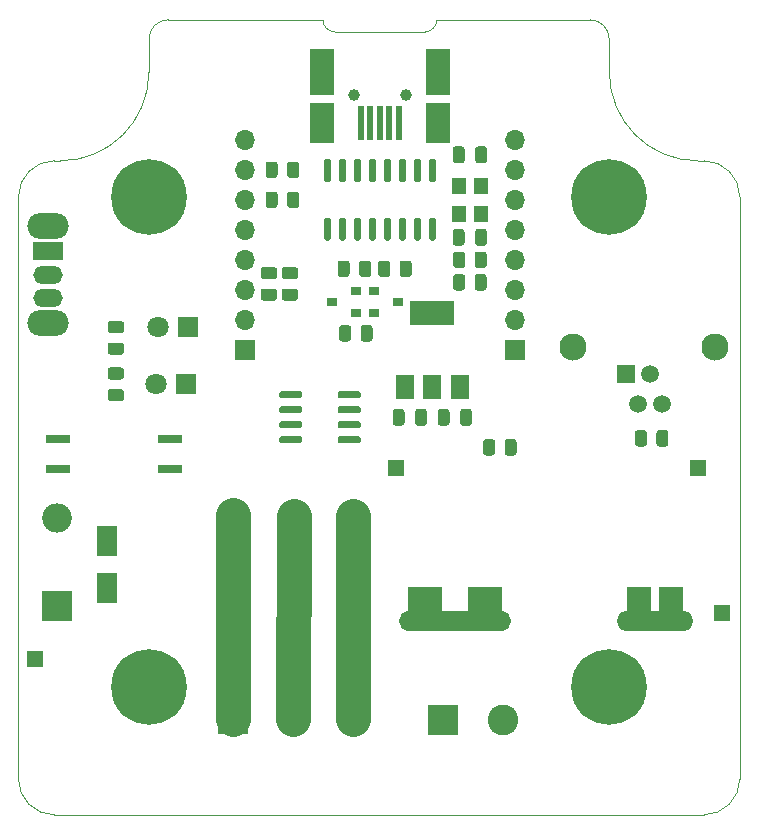
<source format=gbr>
%TF.GenerationSoftware,KiCad,Pcbnew,(5.1.7)-1*%
%TF.CreationDate,2020-11-03T18:18:40+01:00*%
%TF.ProjectId,Temperature-controller-with-ESP8266,54656d70-6572-4617-9475-72652d636f6e,rev?*%
%TF.SameCoordinates,Original*%
%TF.FileFunction,Soldermask,Bot*%
%TF.FilePolarity,Negative*%
%FSLAX46Y46*%
G04 Gerber Fmt 4.6, Leading zero omitted, Abs format (unit mm)*
G04 Created by KiCad (PCBNEW (5.1.7)-1) date 2020-11-03 18:18:40*
%MOMM*%
%LPD*%
G01*
G04 APERTURE LIST*
%ADD10C,3.000000*%
%TA.AperFunction,Profile*%
%ADD11C,0.050000*%
%TD*%
%ADD12R,1.350000X1.350000*%
%ADD13R,0.900000X0.800000*%
%ADD14C,1.800000*%
%ADD15R,1.800000X1.800000*%
%ADD16O,1.700000X1.700000*%
%ADD17R,1.700000X1.700000*%
%ADD18C,1.500000*%
%ADD19C,2.300000*%
%ADD20R,1.500000X1.500000*%
%ADD21C,0.800000*%
%ADD22C,6.400000*%
%ADD23C,2.600000*%
%ADD24R,2.600000X2.600000*%
%ADD25R,1.500000X2.000000*%
%ADD26R,3.800000X2.000000*%
%ADD27R,1.200000X1.400000*%
%ADD28O,3.500000X2.200000*%
%ADD29O,2.500000X1.500000*%
%ADD30R,2.500000X1.500000*%
%ADD31C,1.000000*%
%ADD32R,2.050000X4.000000*%
%ADD33R,2.050000X3.500000*%
%ADD34R,0.500000X3.000000*%
%ADD35O,2.500000X2.500000*%
%ADD36R,2.500000X2.500000*%
%ADD37O,9.500000X1.700000*%
%ADD38O,6.500000X1.700000*%
%ADD39R,3.000000X2.000000*%
%ADD40R,2.000000X2.000000*%
%ADD41R,1.800000X2.500000*%
%ADD42R,2.000000X0.640000*%
G04 APERTURE END LIST*
D10*
X112014000Y-112903000D02*
X112014000Y-95758000D01*
X107061000Y-95758000D02*
X106934000Y-112903000D01*
X101854000Y-95631000D02*
X101854000Y-112903000D01*
D11*
X119126000Y-53721000D02*
X132080000Y-53721000D01*
X119126000Y-53721000D02*
G75*
G02*
X118110000Y-54737000I-1016000J0D01*
G01*
X109474000Y-53721000D02*
G75*
G03*
X110490000Y-54737000I1016000J0D01*
G01*
X118110000Y-54737000D02*
X110490000Y-54737000D01*
X86741000Y-121031000D02*
G75*
G02*
X83693000Y-117983000I0J3048000D01*
G01*
X144780000Y-117983000D02*
G75*
G02*
X141732000Y-121031000I-3048000J0D01*
G01*
X83693000Y-68707000D02*
G75*
G02*
X86741000Y-65659000I3048000J0D01*
G01*
X94742000Y-58166000D02*
G75*
G02*
X87249000Y-65659000I-7493000J0D01*
G01*
X83693000Y-68707000D02*
X83693000Y-69215000D01*
X86741000Y-65659000D02*
X87249000Y-65659000D01*
X94742000Y-55372000D02*
G75*
G02*
X96393000Y-53721000I1651000J0D01*
G01*
X132080000Y-53721000D02*
G75*
G02*
X133731000Y-55372000I0J-1651000D01*
G01*
X144780000Y-117983000D02*
X144780000Y-68707000D01*
X141732000Y-65659000D02*
G75*
G02*
X144780000Y-68707000I0J-3048000D01*
G01*
X141224000Y-65659000D02*
G75*
G02*
X133731000Y-58166000I0J7493000D01*
G01*
X141732000Y-65659000D02*
X141224000Y-65659000D01*
X133731000Y-55372000D02*
X133731000Y-58166000D01*
X94742000Y-55372000D02*
X94742000Y-58166000D01*
X96393000Y-53721000D02*
X109474000Y-53721000D01*
X86741000Y-121031000D02*
X141732000Y-121031000D01*
X83693000Y-117983000D02*
X83693000Y-69215000D01*
D12*
%TO.C,H8*%
X85090000Y-107823000D03*
%TD*%
%TO.C,H7*%
X115697000Y-91694000D03*
%TD*%
%TO.C,H6*%
X143256000Y-103929001D03*
%TD*%
%TO.C,H5*%
X141224000Y-91694000D03*
%TD*%
D13*
%TO.C,Q2*%
X110252000Y-77597000D03*
X112252000Y-78547000D03*
X112252000Y-76647000D03*
%TD*%
%TO.C,Q1*%
X115808000Y-77597000D03*
X113808000Y-76647000D03*
X113808000Y-78547000D03*
%TD*%
%TO.C,R12*%
G36*
G01*
X106229998Y-76473000D02*
X107130002Y-76473000D01*
G75*
G02*
X107380000Y-76722998I0J-249998D01*
G01*
X107380000Y-77248002D01*
G75*
G02*
X107130002Y-77498000I-249998J0D01*
G01*
X106229998Y-77498000D01*
G75*
G02*
X105980000Y-77248002I0J249998D01*
G01*
X105980000Y-76722998D01*
G75*
G02*
X106229998Y-76473000I249998J0D01*
G01*
G37*
G36*
G01*
X106229998Y-74648000D02*
X107130002Y-74648000D01*
G75*
G02*
X107380000Y-74897998I0J-249998D01*
G01*
X107380000Y-75423002D01*
G75*
G02*
X107130002Y-75673000I-249998J0D01*
G01*
X106229998Y-75673000D01*
G75*
G02*
X105980000Y-75423002I0J249998D01*
G01*
X105980000Y-74897998D01*
G75*
G02*
X106229998Y-74648000I249998J0D01*
G01*
G37*
%TD*%
%TO.C,R10*%
G36*
G01*
X105352002Y-75673000D02*
X104451998Y-75673000D01*
G75*
G02*
X104202000Y-75423002I0J249998D01*
G01*
X104202000Y-74897998D01*
G75*
G02*
X104451998Y-74648000I249998J0D01*
G01*
X105352002Y-74648000D01*
G75*
G02*
X105602000Y-74897998I0J-249998D01*
G01*
X105602000Y-75423002D01*
G75*
G02*
X105352002Y-75673000I-249998J0D01*
G01*
G37*
G36*
G01*
X105352002Y-77498000D02*
X104451998Y-77498000D01*
G75*
G02*
X104202000Y-77248002I0J249998D01*
G01*
X104202000Y-76722998D01*
G75*
G02*
X104451998Y-76473000I249998J0D01*
G01*
X105352002Y-76473000D01*
G75*
G02*
X105602000Y-76722998I0J-249998D01*
G01*
X105602000Y-77248002D01*
G75*
G02*
X105352002Y-77498000I-249998J0D01*
G01*
G37*
%TD*%
%TO.C,R9*%
G36*
G01*
X92398002Y-80245000D02*
X91497998Y-80245000D01*
G75*
G02*
X91248000Y-79995002I0J249998D01*
G01*
X91248000Y-79469998D01*
G75*
G02*
X91497998Y-79220000I249998J0D01*
G01*
X92398002Y-79220000D01*
G75*
G02*
X92648000Y-79469998I0J-249998D01*
G01*
X92648000Y-79995002D01*
G75*
G02*
X92398002Y-80245000I-249998J0D01*
G01*
G37*
G36*
G01*
X92398002Y-82070000D02*
X91497998Y-82070000D01*
G75*
G02*
X91248000Y-81820002I0J249998D01*
G01*
X91248000Y-81294998D01*
G75*
G02*
X91497998Y-81045000I249998J0D01*
G01*
X92398002Y-81045000D01*
G75*
G02*
X92648000Y-81294998I0J-249998D01*
G01*
X92648000Y-81820002D01*
G75*
G02*
X92398002Y-82070000I-249998J0D01*
G01*
G37*
%TD*%
D14*
%TO.C,D1*%
X95504000Y-79756000D03*
D15*
X98044000Y-79756000D03*
%TD*%
D14*
%TO.C,D2*%
X95377000Y-84582000D03*
D15*
X97917000Y-84582000D03*
%TD*%
D16*
%TO.C,J5*%
X102870000Y-63881000D03*
X102870000Y-66421000D03*
X102870000Y-68961000D03*
X102870000Y-71501000D03*
X102870000Y-74041000D03*
X102870000Y-76581000D03*
X102870000Y-79121000D03*
D17*
X102870000Y-81661000D03*
%TD*%
D16*
%TO.C,J4*%
X125730000Y-63881000D03*
X125730000Y-66421000D03*
X125730000Y-68961000D03*
X125730000Y-71501000D03*
X125730000Y-74041000D03*
X125730000Y-76581000D03*
X125730000Y-79121000D03*
D17*
X125730000Y-81661000D03*
%TD*%
D18*
%TO.C,J1*%
X138188000Y-86233000D03*
D19*
X142658000Y-81393000D03*
D18*
X137168000Y-83693000D03*
X136148000Y-86233000D03*
D20*
X135128000Y-83693000D03*
D19*
X130658000Y-81393000D03*
%TD*%
D21*
%TO.C,H4*%
X93044944Y-70404056D03*
X94742000Y-71107000D03*
X96439056Y-70404056D03*
X97142000Y-68707000D03*
X96439056Y-67009944D03*
X94742000Y-66307000D03*
X93044944Y-67009944D03*
X92342000Y-68707000D03*
D22*
X94742000Y-68707000D03*
%TD*%
D21*
%TO.C,H3*%
X132033944Y-70404056D03*
X133731000Y-71107000D03*
X135428056Y-70404056D03*
X136131000Y-68707000D03*
X135428056Y-67009944D03*
X133731000Y-66307000D03*
X132033944Y-67009944D03*
X131331000Y-68707000D03*
D22*
X133731000Y-68707000D03*
%TD*%
D21*
%TO.C,H2*%
X132033944Y-111933056D03*
X133731000Y-112636000D03*
X135428056Y-111933056D03*
X136131000Y-110236000D03*
X135428056Y-108538944D03*
X133731000Y-107836000D03*
X132033944Y-108538944D03*
X131331000Y-110236000D03*
D22*
X133731000Y-110236000D03*
%TD*%
D21*
%TO.C,H1*%
X93044944Y-111933056D03*
X94742000Y-112636000D03*
X96439056Y-111933056D03*
X97142000Y-110236000D03*
X96439056Y-108538944D03*
X94742000Y-107836000D03*
X93044944Y-108538944D03*
X92342000Y-110236000D03*
D22*
X94742000Y-110236000D03*
%TD*%
D23*
%TO.C,J9*%
X112014000Y-112903000D03*
X106934000Y-112903000D03*
D24*
X101854000Y-112903000D03*
%TD*%
D23*
%TO.C,J8*%
X124714000Y-113030000D03*
D24*
X119634000Y-113030000D03*
%TD*%
%TO.C,U3*%
G36*
G01*
X107720000Y-85321000D02*
X107720000Y-85621000D01*
G75*
G02*
X107570000Y-85771000I-150000J0D01*
G01*
X105920000Y-85771000D01*
G75*
G02*
X105770000Y-85621000I0J150000D01*
G01*
X105770000Y-85321000D01*
G75*
G02*
X105920000Y-85171000I150000J0D01*
G01*
X107570000Y-85171000D01*
G75*
G02*
X107720000Y-85321000I0J-150000D01*
G01*
G37*
G36*
G01*
X107720000Y-86591000D02*
X107720000Y-86891000D01*
G75*
G02*
X107570000Y-87041000I-150000J0D01*
G01*
X105920000Y-87041000D01*
G75*
G02*
X105770000Y-86891000I0J150000D01*
G01*
X105770000Y-86591000D01*
G75*
G02*
X105920000Y-86441000I150000J0D01*
G01*
X107570000Y-86441000D01*
G75*
G02*
X107720000Y-86591000I0J-150000D01*
G01*
G37*
G36*
G01*
X107720000Y-87861000D02*
X107720000Y-88161000D01*
G75*
G02*
X107570000Y-88311000I-150000J0D01*
G01*
X105920000Y-88311000D01*
G75*
G02*
X105770000Y-88161000I0J150000D01*
G01*
X105770000Y-87861000D01*
G75*
G02*
X105920000Y-87711000I150000J0D01*
G01*
X107570000Y-87711000D01*
G75*
G02*
X107720000Y-87861000I0J-150000D01*
G01*
G37*
G36*
G01*
X107720000Y-89131000D02*
X107720000Y-89431000D01*
G75*
G02*
X107570000Y-89581000I-150000J0D01*
G01*
X105920000Y-89581000D01*
G75*
G02*
X105770000Y-89431000I0J150000D01*
G01*
X105770000Y-89131000D01*
G75*
G02*
X105920000Y-88981000I150000J0D01*
G01*
X107570000Y-88981000D01*
G75*
G02*
X107720000Y-89131000I0J-150000D01*
G01*
G37*
G36*
G01*
X112670000Y-89131000D02*
X112670000Y-89431000D01*
G75*
G02*
X112520000Y-89581000I-150000J0D01*
G01*
X110870000Y-89581000D01*
G75*
G02*
X110720000Y-89431000I0J150000D01*
G01*
X110720000Y-89131000D01*
G75*
G02*
X110870000Y-88981000I150000J0D01*
G01*
X112520000Y-88981000D01*
G75*
G02*
X112670000Y-89131000I0J-150000D01*
G01*
G37*
G36*
G01*
X112670000Y-87861000D02*
X112670000Y-88161000D01*
G75*
G02*
X112520000Y-88311000I-150000J0D01*
G01*
X110870000Y-88311000D01*
G75*
G02*
X110720000Y-88161000I0J150000D01*
G01*
X110720000Y-87861000D01*
G75*
G02*
X110870000Y-87711000I150000J0D01*
G01*
X112520000Y-87711000D01*
G75*
G02*
X112670000Y-87861000I0J-150000D01*
G01*
G37*
G36*
G01*
X112670000Y-86591000D02*
X112670000Y-86891000D01*
G75*
G02*
X112520000Y-87041000I-150000J0D01*
G01*
X110870000Y-87041000D01*
G75*
G02*
X110720000Y-86891000I0J150000D01*
G01*
X110720000Y-86591000D01*
G75*
G02*
X110870000Y-86441000I150000J0D01*
G01*
X112520000Y-86441000D01*
G75*
G02*
X112670000Y-86591000I0J-150000D01*
G01*
G37*
G36*
G01*
X112670000Y-85321000D02*
X112670000Y-85621000D01*
G75*
G02*
X112520000Y-85771000I-150000J0D01*
G01*
X110870000Y-85771000D01*
G75*
G02*
X110720000Y-85621000I0J150000D01*
G01*
X110720000Y-85321000D01*
G75*
G02*
X110870000Y-85171000I150000J0D01*
G01*
X112520000Y-85171000D01*
G75*
G02*
X112670000Y-85321000I0J-150000D01*
G01*
G37*
%TD*%
D25*
%TO.C,U6*%
X121045000Y-84811000D03*
X116445000Y-84811000D03*
X118745000Y-84811000D03*
D26*
X118745000Y-78511000D03*
%TD*%
D27*
%TO.C,Y1*%
X120970000Y-67761000D03*
X120970000Y-70161000D03*
X122870000Y-70161000D03*
X122870000Y-67761000D03*
%TD*%
D28*
%TO.C,SW2*%
X86233000Y-79411000D03*
X86233000Y-71211000D03*
D29*
X86233000Y-77311000D03*
X86233000Y-75311000D03*
D30*
X86233000Y-73311000D03*
%TD*%
%TO.C,C8*%
G36*
G01*
X117290000Y-87851000D02*
X117290000Y-86901000D01*
G75*
G02*
X117540000Y-86651000I250000J0D01*
G01*
X118040000Y-86651000D01*
G75*
G02*
X118290000Y-86901000I0J-250000D01*
G01*
X118290000Y-87851000D01*
G75*
G02*
X118040000Y-88101000I-250000J0D01*
G01*
X117540000Y-88101000D01*
G75*
G02*
X117290000Y-87851000I0J250000D01*
G01*
G37*
G36*
G01*
X115390000Y-87851000D02*
X115390000Y-86901000D01*
G75*
G02*
X115640000Y-86651000I250000J0D01*
G01*
X116140000Y-86651000D01*
G75*
G02*
X116390000Y-86901000I0J-250000D01*
G01*
X116390000Y-87851000D01*
G75*
G02*
X116140000Y-88101000I-250000J0D01*
G01*
X115640000Y-88101000D01*
G75*
G02*
X115390000Y-87851000I0J250000D01*
G01*
G37*
%TD*%
D31*
%TO.C,J3*%
X116500000Y-60066000D03*
X112100000Y-60066000D03*
D32*
X119200000Y-58166000D03*
D33*
X119200000Y-62416000D03*
D32*
X109400000Y-58166000D03*
D33*
X109400000Y-62416000D03*
D34*
X115900000Y-62416000D03*
X115100000Y-62416000D03*
X114300000Y-62416000D03*
X113500000Y-62416000D03*
X112700000Y-62416000D03*
%TD*%
%TO.C,R1*%
G36*
G01*
X115970000Y-75253002D02*
X115970000Y-74352998D01*
G75*
G02*
X116219998Y-74103000I249998J0D01*
G01*
X116745002Y-74103000D01*
G75*
G02*
X116995000Y-74352998I0J-249998D01*
G01*
X116995000Y-75253002D01*
G75*
G02*
X116745002Y-75503000I-249998J0D01*
G01*
X116219998Y-75503000D01*
G75*
G02*
X115970000Y-75253002I0J249998D01*
G01*
G37*
G36*
G01*
X114145000Y-75253002D02*
X114145000Y-74352998D01*
G75*
G02*
X114394998Y-74103000I249998J0D01*
G01*
X114920002Y-74103000D01*
G75*
G02*
X115170000Y-74352998I0J-249998D01*
G01*
X115170000Y-75253002D01*
G75*
G02*
X114920002Y-75503000I-249998J0D01*
G01*
X114394998Y-75503000D01*
G75*
G02*
X114145000Y-75253002I0J249998D01*
G01*
G37*
%TD*%
D35*
%TO.C,RL1*%
X86995000Y-95878000D03*
X101995000Y-95878000D03*
X106995000Y-95878000D03*
X111995000Y-95878000D03*
X111995000Y-103378000D03*
X106995000Y-103378000D03*
X101995000Y-103378000D03*
D36*
X86995000Y-103378000D03*
%TD*%
D37*
%TO.C,PS1*%
X120675400Y-104597200D03*
D38*
X137566400Y-104597200D03*
D39*
X118110000Y-102743000D03*
X123190000Y-102743000D03*
D40*
X136220200Y-102743000D03*
X138963400Y-102743000D03*
%TD*%
%TO.C,C4*%
G36*
G01*
X122370000Y-65626000D02*
X122370000Y-64676000D01*
G75*
G02*
X122620000Y-64426000I250000J0D01*
G01*
X123120000Y-64426000D01*
G75*
G02*
X123370000Y-64676000I0J-250000D01*
G01*
X123370000Y-65626000D01*
G75*
G02*
X123120000Y-65876000I-250000J0D01*
G01*
X122620000Y-65876000D01*
G75*
G02*
X122370000Y-65626000I0J250000D01*
G01*
G37*
G36*
G01*
X120470000Y-65626000D02*
X120470000Y-64676000D01*
G75*
G02*
X120720000Y-64426000I250000J0D01*
G01*
X121220000Y-64426000D01*
G75*
G02*
X121470000Y-64676000I0J-250000D01*
G01*
X121470000Y-65626000D01*
G75*
G02*
X121220000Y-65876000I-250000J0D01*
G01*
X120720000Y-65876000D01*
G75*
G02*
X120470000Y-65626000I0J250000D01*
G01*
G37*
%TD*%
%TO.C,C5*%
G36*
G01*
X122370000Y-72611000D02*
X122370000Y-71661000D01*
G75*
G02*
X122620000Y-71411000I250000J0D01*
G01*
X123120000Y-71411000D01*
G75*
G02*
X123370000Y-71661000I0J-250000D01*
G01*
X123370000Y-72611000D01*
G75*
G02*
X123120000Y-72861000I-250000J0D01*
G01*
X122620000Y-72861000D01*
G75*
G02*
X122370000Y-72611000I0J250000D01*
G01*
G37*
G36*
G01*
X120470000Y-72611000D02*
X120470000Y-71661000D01*
G75*
G02*
X120720000Y-71411000I250000J0D01*
G01*
X121220000Y-71411000D01*
G75*
G02*
X121470000Y-71661000I0J-250000D01*
G01*
X121470000Y-72611000D01*
G75*
G02*
X121220000Y-72861000I-250000J0D01*
G01*
X120720000Y-72861000D01*
G75*
G02*
X120470000Y-72611000I0J250000D01*
G01*
G37*
%TD*%
%TO.C,C9*%
G36*
G01*
X121100000Y-87851000D02*
X121100000Y-86901000D01*
G75*
G02*
X121350000Y-86651000I250000J0D01*
G01*
X121850000Y-86651000D01*
G75*
G02*
X122100000Y-86901000I0J-250000D01*
G01*
X122100000Y-87851000D01*
G75*
G02*
X121850000Y-88101000I-250000J0D01*
G01*
X121350000Y-88101000D01*
G75*
G02*
X121100000Y-87851000I0J250000D01*
G01*
G37*
G36*
G01*
X119200000Y-87851000D02*
X119200000Y-86901000D01*
G75*
G02*
X119450000Y-86651000I250000J0D01*
G01*
X119950000Y-86651000D01*
G75*
G02*
X120200000Y-86901000I0J-250000D01*
G01*
X120200000Y-87851000D01*
G75*
G02*
X119950000Y-88101000I-250000J0D01*
G01*
X119450000Y-88101000D01*
G75*
G02*
X119200000Y-87851000I0J250000D01*
G01*
G37*
%TD*%
D41*
%TO.C,D3*%
X91186000Y-97822000D03*
X91186000Y-101822000D03*
%TD*%
%TO.C,R2*%
G36*
G01*
X124060000Y-89465998D02*
X124060000Y-90366002D01*
G75*
G02*
X123810002Y-90616000I-249998J0D01*
G01*
X123284998Y-90616000D01*
G75*
G02*
X123035000Y-90366002I0J249998D01*
G01*
X123035000Y-89465998D01*
G75*
G02*
X123284998Y-89216000I249998J0D01*
G01*
X123810002Y-89216000D01*
G75*
G02*
X124060000Y-89465998I0J-249998D01*
G01*
G37*
G36*
G01*
X125885000Y-89465998D02*
X125885000Y-90366002D01*
G75*
G02*
X125635002Y-90616000I-249998J0D01*
G01*
X125109998Y-90616000D01*
G75*
G02*
X124860000Y-90366002I0J249998D01*
G01*
X124860000Y-89465998D01*
G75*
G02*
X125109998Y-89216000I249998J0D01*
G01*
X125635002Y-89216000D01*
G75*
G02*
X125885000Y-89465998I0J-249998D01*
G01*
G37*
%TD*%
%TO.C,R3*%
G36*
G01*
X106445000Y-69411002D02*
X106445000Y-68510998D01*
G75*
G02*
X106694998Y-68261000I249998J0D01*
G01*
X107220002Y-68261000D01*
G75*
G02*
X107470000Y-68510998I0J-249998D01*
G01*
X107470000Y-69411002D01*
G75*
G02*
X107220002Y-69661000I-249998J0D01*
G01*
X106694998Y-69661000D01*
G75*
G02*
X106445000Y-69411002I0J249998D01*
G01*
G37*
G36*
G01*
X104620000Y-69411002D02*
X104620000Y-68510998D01*
G75*
G02*
X104869998Y-68261000I249998J0D01*
G01*
X105395002Y-68261000D01*
G75*
G02*
X105645000Y-68510998I0J-249998D01*
G01*
X105645000Y-69411002D01*
G75*
G02*
X105395002Y-69661000I-249998J0D01*
G01*
X104869998Y-69661000D01*
G75*
G02*
X104620000Y-69411002I0J249998D01*
G01*
G37*
%TD*%
%TO.C,R4*%
G36*
G01*
X106445000Y-66871002D02*
X106445000Y-65970998D01*
G75*
G02*
X106694998Y-65721000I249998J0D01*
G01*
X107220002Y-65721000D01*
G75*
G02*
X107470000Y-65970998I0J-249998D01*
G01*
X107470000Y-66871002D01*
G75*
G02*
X107220002Y-67121000I-249998J0D01*
G01*
X106694998Y-67121000D01*
G75*
G02*
X106445000Y-66871002I0J249998D01*
G01*
G37*
G36*
G01*
X104620000Y-66871002D02*
X104620000Y-65970998D01*
G75*
G02*
X104869998Y-65721000I249998J0D01*
G01*
X105395002Y-65721000D01*
G75*
G02*
X105645000Y-65970998I0J-249998D01*
G01*
X105645000Y-66871002D01*
G75*
G02*
X105395002Y-67121000I-249998J0D01*
G01*
X104869998Y-67121000D01*
G75*
G02*
X104620000Y-66871002I0J249998D01*
G01*
G37*
%TD*%
%TO.C,R5*%
G36*
G01*
X121520000Y-73590998D02*
X121520000Y-74491002D01*
G75*
G02*
X121270002Y-74741000I-249998J0D01*
G01*
X120744998Y-74741000D01*
G75*
G02*
X120495000Y-74491002I0J249998D01*
G01*
X120495000Y-73590998D01*
G75*
G02*
X120744998Y-73341000I249998J0D01*
G01*
X121270002Y-73341000D01*
G75*
G02*
X121520000Y-73590998I0J-249998D01*
G01*
G37*
G36*
G01*
X123345000Y-73590998D02*
X123345000Y-74491002D01*
G75*
G02*
X123095002Y-74741000I-249998J0D01*
G01*
X122569998Y-74741000D01*
G75*
G02*
X122320000Y-74491002I0J249998D01*
G01*
X122320000Y-73590998D01*
G75*
G02*
X122569998Y-73341000I249998J0D01*
G01*
X123095002Y-73341000D01*
G75*
G02*
X123345000Y-73590998I0J-249998D01*
G01*
G37*
%TD*%
%TO.C,R6*%
G36*
G01*
X136910500Y-88703998D02*
X136910500Y-89604002D01*
G75*
G02*
X136660502Y-89854000I-249998J0D01*
G01*
X136135498Y-89854000D01*
G75*
G02*
X135885500Y-89604002I0J249998D01*
G01*
X135885500Y-88703998D01*
G75*
G02*
X136135498Y-88454000I249998J0D01*
G01*
X136660502Y-88454000D01*
G75*
G02*
X136910500Y-88703998I0J-249998D01*
G01*
G37*
G36*
G01*
X138735500Y-88703998D02*
X138735500Y-89604002D01*
G75*
G02*
X138485502Y-89854000I-249998J0D01*
G01*
X137960498Y-89854000D01*
G75*
G02*
X137710500Y-89604002I0J249998D01*
G01*
X137710500Y-88703998D01*
G75*
G02*
X137960498Y-88454000I249998J0D01*
G01*
X138485502Y-88454000D01*
G75*
G02*
X138735500Y-88703998I0J-249998D01*
G01*
G37*
%TD*%
%TO.C,R7*%
G36*
G01*
X111741000Y-74352998D02*
X111741000Y-75253002D01*
G75*
G02*
X111491002Y-75503000I-249998J0D01*
G01*
X110965998Y-75503000D01*
G75*
G02*
X110716000Y-75253002I0J249998D01*
G01*
X110716000Y-74352998D01*
G75*
G02*
X110965998Y-74103000I249998J0D01*
G01*
X111491002Y-74103000D01*
G75*
G02*
X111741000Y-74352998I0J-249998D01*
G01*
G37*
G36*
G01*
X113566000Y-74352998D02*
X113566000Y-75253002D01*
G75*
G02*
X113316002Y-75503000I-249998J0D01*
G01*
X112790998Y-75503000D01*
G75*
G02*
X112541000Y-75253002I0J249998D01*
G01*
X112541000Y-74352998D01*
G75*
G02*
X112790998Y-74103000I249998J0D01*
G01*
X113316002Y-74103000D01*
G75*
G02*
X113566000Y-74352998I0J-249998D01*
G01*
G37*
%TD*%
%TO.C,R8*%
G36*
G01*
X112668000Y-80714002D02*
X112668000Y-79813998D01*
G75*
G02*
X112917998Y-79564000I249998J0D01*
G01*
X113443002Y-79564000D01*
G75*
G02*
X113693000Y-79813998I0J-249998D01*
G01*
X113693000Y-80714002D01*
G75*
G02*
X113443002Y-80964000I-249998J0D01*
G01*
X112917998Y-80964000D01*
G75*
G02*
X112668000Y-80714002I0J249998D01*
G01*
G37*
G36*
G01*
X110843000Y-80714002D02*
X110843000Y-79813998D01*
G75*
G02*
X111092998Y-79564000I249998J0D01*
G01*
X111618002Y-79564000D01*
G75*
G02*
X111868000Y-79813998I0J-249998D01*
G01*
X111868000Y-80714002D01*
G75*
G02*
X111618002Y-80964000I-249998J0D01*
G01*
X111092998Y-80964000D01*
G75*
G02*
X110843000Y-80714002I0J249998D01*
G01*
G37*
%TD*%
%TO.C,R11*%
G36*
G01*
X122320000Y-76396002D02*
X122320000Y-75495998D01*
G75*
G02*
X122569998Y-75246000I249998J0D01*
G01*
X123095002Y-75246000D01*
G75*
G02*
X123345000Y-75495998I0J-249998D01*
G01*
X123345000Y-76396002D01*
G75*
G02*
X123095002Y-76646000I-249998J0D01*
G01*
X122569998Y-76646000D01*
G75*
G02*
X122320000Y-76396002I0J249998D01*
G01*
G37*
G36*
G01*
X120495000Y-76396002D02*
X120495000Y-75495998D01*
G75*
G02*
X120744998Y-75246000I249998J0D01*
G01*
X121270002Y-75246000D01*
G75*
G02*
X121520000Y-75495998I0J-249998D01*
G01*
X121520000Y-76396002D01*
G75*
G02*
X121270002Y-76646000I-249998J0D01*
G01*
X120744998Y-76646000D01*
G75*
G02*
X120495000Y-76396002I0J249998D01*
G01*
G37*
%TD*%
%TO.C,R15*%
G36*
G01*
X92398002Y-84182000D02*
X91497998Y-84182000D01*
G75*
G02*
X91248000Y-83932002I0J249998D01*
G01*
X91248000Y-83406998D01*
G75*
G02*
X91497998Y-83157000I249998J0D01*
G01*
X92398002Y-83157000D01*
G75*
G02*
X92648000Y-83406998I0J-249998D01*
G01*
X92648000Y-83932002D01*
G75*
G02*
X92398002Y-84182000I-249998J0D01*
G01*
G37*
G36*
G01*
X92398002Y-86007000D02*
X91497998Y-86007000D01*
G75*
G02*
X91248000Y-85757002I0J249998D01*
G01*
X91248000Y-85231998D01*
G75*
G02*
X91497998Y-84982000I249998J0D01*
G01*
X92398002Y-84982000D01*
G75*
G02*
X92648000Y-85231998I0J-249998D01*
G01*
X92648000Y-85757002D01*
G75*
G02*
X92398002Y-86007000I-249998J0D01*
G01*
G37*
%TD*%
%TO.C,U2*%
G36*
G01*
X109705000Y-70461000D02*
X110005000Y-70461000D01*
G75*
G02*
X110155000Y-70611000I0J-150000D01*
G01*
X110155000Y-72261000D01*
G75*
G02*
X110005000Y-72411000I-150000J0D01*
G01*
X109705000Y-72411000D01*
G75*
G02*
X109555000Y-72261000I0J150000D01*
G01*
X109555000Y-70611000D01*
G75*
G02*
X109705000Y-70461000I150000J0D01*
G01*
G37*
G36*
G01*
X110975000Y-70461000D02*
X111275000Y-70461000D01*
G75*
G02*
X111425000Y-70611000I0J-150000D01*
G01*
X111425000Y-72261000D01*
G75*
G02*
X111275000Y-72411000I-150000J0D01*
G01*
X110975000Y-72411000D01*
G75*
G02*
X110825000Y-72261000I0J150000D01*
G01*
X110825000Y-70611000D01*
G75*
G02*
X110975000Y-70461000I150000J0D01*
G01*
G37*
G36*
G01*
X112245000Y-70461000D02*
X112545000Y-70461000D01*
G75*
G02*
X112695000Y-70611000I0J-150000D01*
G01*
X112695000Y-72261000D01*
G75*
G02*
X112545000Y-72411000I-150000J0D01*
G01*
X112245000Y-72411000D01*
G75*
G02*
X112095000Y-72261000I0J150000D01*
G01*
X112095000Y-70611000D01*
G75*
G02*
X112245000Y-70461000I150000J0D01*
G01*
G37*
G36*
G01*
X113515000Y-70461000D02*
X113815000Y-70461000D01*
G75*
G02*
X113965000Y-70611000I0J-150000D01*
G01*
X113965000Y-72261000D01*
G75*
G02*
X113815000Y-72411000I-150000J0D01*
G01*
X113515000Y-72411000D01*
G75*
G02*
X113365000Y-72261000I0J150000D01*
G01*
X113365000Y-70611000D01*
G75*
G02*
X113515000Y-70461000I150000J0D01*
G01*
G37*
G36*
G01*
X114785000Y-70461000D02*
X115085000Y-70461000D01*
G75*
G02*
X115235000Y-70611000I0J-150000D01*
G01*
X115235000Y-72261000D01*
G75*
G02*
X115085000Y-72411000I-150000J0D01*
G01*
X114785000Y-72411000D01*
G75*
G02*
X114635000Y-72261000I0J150000D01*
G01*
X114635000Y-70611000D01*
G75*
G02*
X114785000Y-70461000I150000J0D01*
G01*
G37*
G36*
G01*
X116055000Y-70461000D02*
X116355000Y-70461000D01*
G75*
G02*
X116505000Y-70611000I0J-150000D01*
G01*
X116505000Y-72261000D01*
G75*
G02*
X116355000Y-72411000I-150000J0D01*
G01*
X116055000Y-72411000D01*
G75*
G02*
X115905000Y-72261000I0J150000D01*
G01*
X115905000Y-70611000D01*
G75*
G02*
X116055000Y-70461000I150000J0D01*
G01*
G37*
G36*
G01*
X117325000Y-70461000D02*
X117625000Y-70461000D01*
G75*
G02*
X117775000Y-70611000I0J-150000D01*
G01*
X117775000Y-72261000D01*
G75*
G02*
X117625000Y-72411000I-150000J0D01*
G01*
X117325000Y-72411000D01*
G75*
G02*
X117175000Y-72261000I0J150000D01*
G01*
X117175000Y-70611000D01*
G75*
G02*
X117325000Y-70461000I150000J0D01*
G01*
G37*
G36*
G01*
X118595000Y-70461000D02*
X118895000Y-70461000D01*
G75*
G02*
X119045000Y-70611000I0J-150000D01*
G01*
X119045000Y-72261000D01*
G75*
G02*
X118895000Y-72411000I-150000J0D01*
G01*
X118595000Y-72411000D01*
G75*
G02*
X118445000Y-72261000I0J150000D01*
G01*
X118445000Y-70611000D01*
G75*
G02*
X118595000Y-70461000I150000J0D01*
G01*
G37*
G36*
G01*
X118595000Y-65511000D02*
X118895000Y-65511000D01*
G75*
G02*
X119045000Y-65661000I0J-150000D01*
G01*
X119045000Y-67311000D01*
G75*
G02*
X118895000Y-67461000I-150000J0D01*
G01*
X118595000Y-67461000D01*
G75*
G02*
X118445000Y-67311000I0J150000D01*
G01*
X118445000Y-65661000D01*
G75*
G02*
X118595000Y-65511000I150000J0D01*
G01*
G37*
G36*
G01*
X117325000Y-65511000D02*
X117625000Y-65511000D01*
G75*
G02*
X117775000Y-65661000I0J-150000D01*
G01*
X117775000Y-67311000D01*
G75*
G02*
X117625000Y-67461000I-150000J0D01*
G01*
X117325000Y-67461000D01*
G75*
G02*
X117175000Y-67311000I0J150000D01*
G01*
X117175000Y-65661000D01*
G75*
G02*
X117325000Y-65511000I150000J0D01*
G01*
G37*
G36*
G01*
X116055000Y-65511000D02*
X116355000Y-65511000D01*
G75*
G02*
X116505000Y-65661000I0J-150000D01*
G01*
X116505000Y-67311000D01*
G75*
G02*
X116355000Y-67461000I-150000J0D01*
G01*
X116055000Y-67461000D01*
G75*
G02*
X115905000Y-67311000I0J150000D01*
G01*
X115905000Y-65661000D01*
G75*
G02*
X116055000Y-65511000I150000J0D01*
G01*
G37*
G36*
G01*
X114785000Y-65511000D02*
X115085000Y-65511000D01*
G75*
G02*
X115235000Y-65661000I0J-150000D01*
G01*
X115235000Y-67311000D01*
G75*
G02*
X115085000Y-67461000I-150000J0D01*
G01*
X114785000Y-67461000D01*
G75*
G02*
X114635000Y-67311000I0J150000D01*
G01*
X114635000Y-65661000D01*
G75*
G02*
X114785000Y-65511000I150000J0D01*
G01*
G37*
G36*
G01*
X113515000Y-65511000D02*
X113815000Y-65511000D01*
G75*
G02*
X113965000Y-65661000I0J-150000D01*
G01*
X113965000Y-67311000D01*
G75*
G02*
X113815000Y-67461000I-150000J0D01*
G01*
X113515000Y-67461000D01*
G75*
G02*
X113365000Y-67311000I0J150000D01*
G01*
X113365000Y-65661000D01*
G75*
G02*
X113515000Y-65511000I150000J0D01*
G01*
G37*
G36*
G01*
X112245000Y-65511000D02*
X112545000Y-65511000D01*
G75*
G02*
X112695000Y-65661000I0J-150000D01*
G01*
X112695000Y-67311000D01*
G75*
G02*
X112545000Y-67461000I-150000J0D01*
G01*
X112245000Y-67461000D01*
G75*
G02*
X112095000Y-67311000I0J150000D01*
G01*
X112095000Y-65661000D01*
G75*
G02*
X112245000Y-65511000I150000J0D01*
G01*
G37*
G36*
G01*
X110975000Y-65511000D02*
X111275000Y-65511000D01*
G75*
G02*
X111425000Y-65661000I0J-150000D01*
G01*
X111425000Y-67311000D01*
G75*
G02*
X111275000Y-67461000I-150000J0D01*
G01*
X110975000Y-67461000D01*
G75*
G02*
X110825000Y-67311000I0J150000D01*
G01*
X110825000Y-65661000D01*
G75*
G02*
X110975000Y-65511000I150000J0D01*
G01*
G37*
G36*
G01*
X109705000Y-65511000D02*
X110005000Y-65511000D01*
G75*
G02*
X110155000Y-65661000I0J-150000D01*
G01*
X110155000Y-67311000D01*
G75*
G02*
X110005000Y-67461000I-150000J0D01*
G01*
X109705000Y-67461000D01*
G75*
G02*
X109555000Y-67311000I0J150000D01*
G01*
X109555000Y-65661000D01*
G75*
G02*
X109705000Y-65511000I150000J0D01*
G01*
G37*
%TD*%
D42*
%TO.C,U4*%
X96571000Y-91770200D03*
X96571000Y-89230200D03*
X87071000Y-89230200D03*
X87071000Y-91770200D03*
%TD*%
M02*

</source>
